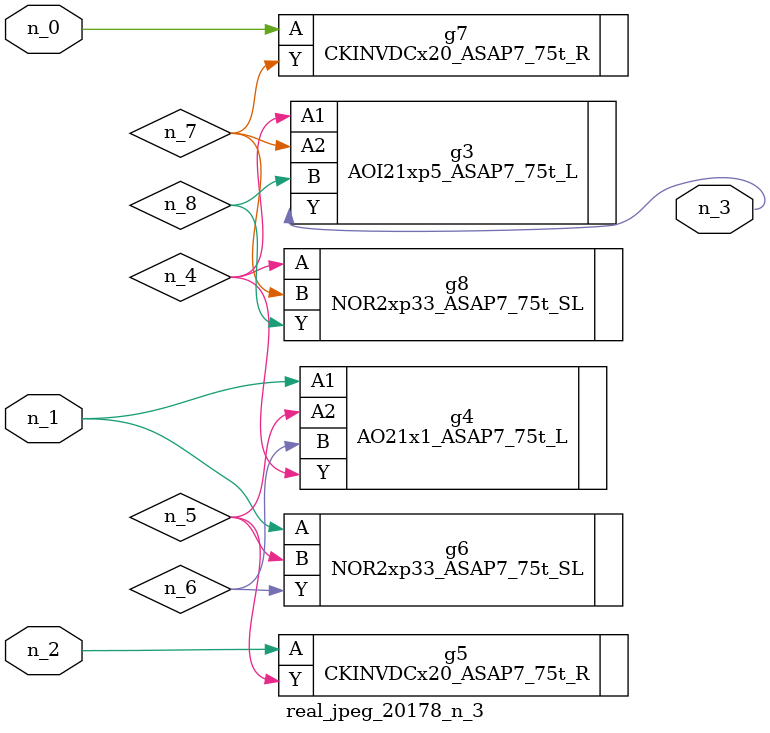
<source format=v>
module real_jpeg_20178_n_3 (n_1, n_0, n_2, n_3);

input n_1;
input n_0;
input n_2;

output n_3;

wire n_5;
wire n_4;
wire n_8;
wire n_6;
wire n_7;

CKINVDCx20_ASAP7_75t_R g7 ( 
.A(n_0),
.Y(n_7)
);

AO21x1_ASAP7_75t_L g4 ( 
.A1(n_1),
.A2(n_5),
.B(n_6),
.Y(n_4)
);

NOR2xp33_ASAP7_75t_SL g6 ( 
.A(n_1),
.B(n_5),
.Y(n_6)
);

CKINVDCx20_ASAP7_75t_R g5 ( 
.A(n_2),
.Y(n_5)
);

AOI21xp5_ASAP7_75t_L g3 ( 
.A1(n_4),
.A2(n_7),
.B(n_8),
.Y(n_3)
);

NOR2xp33_ASAP7_75t_SL g8 ( 
.A(n_4),
.B(n_7),
.Y(n_8)
);


endmodule
</source>
